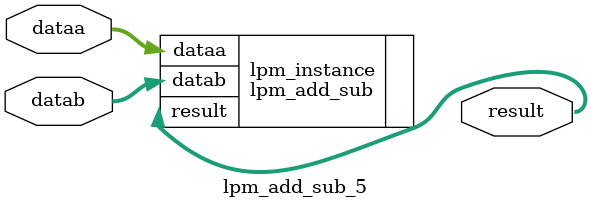
<source format=v>



module lpm_add_sub_5(dataa,datab,result);
input [15:0] dataa;
input [15:0] datab;
output [15:0] result;

lpm_add_sub	lpm_instance(.dataa(dataa),.datab(datab),.result(result));
	defparam	lpm_instance.LPM_DIRECTION = "ADD";
	defparam	lpm_instance.LPM_WIDTH = 16;

endmodule

</source>
